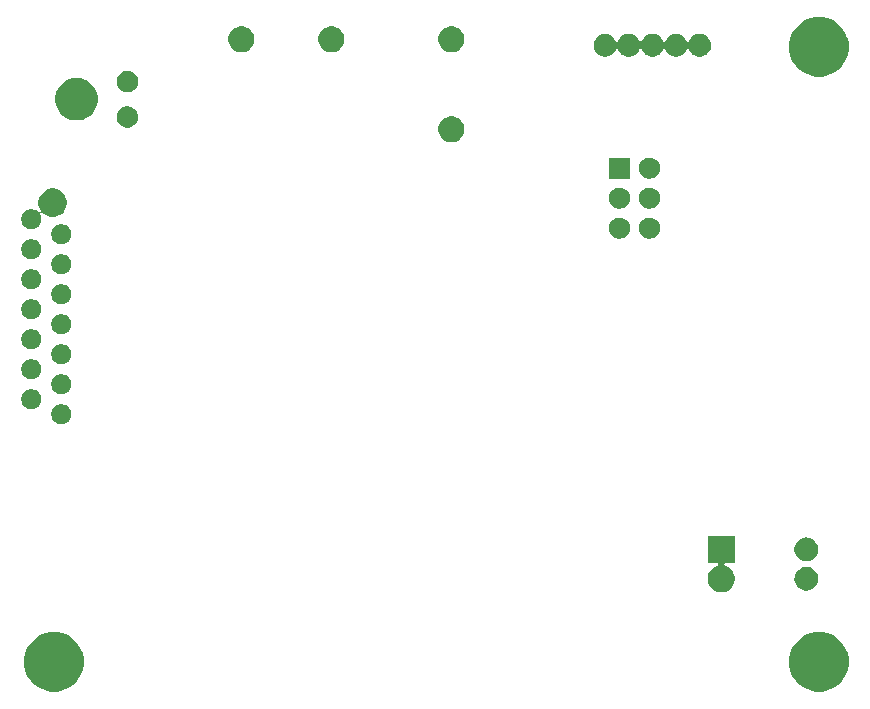
<source format=gbs>
G04 #@! TF.GenerationSoftware,KiCad,Pcbnew,5.0.2-bee76a0~70~ubuntu16.04.1*
G04 #@! TF.CreationDate,2019-03-19T22:24:49-04:00*
G04 #@! TF.ProjectId,BMS_core,424d535f-636f-4726-952e-6b696361645f,rev?*
G04 #@! TF.SameCoordinates,Original*
G04 #@! TF.FileFunction,Soldermask,Bot*
G04 #@! TF.FilePolarity,Negative*
%FSLAX46Y46*%
G04 Gerber Fmt 4.6, Leading zero omitted, Abs format (unit mm)*
G04 Created by KiCad (PCBNEW 5.0.2-bee76a0~70~ubuntu16.04.1) date Tue 19 Mar 2019 10:24:49 PM EDT*
%MOMM*%
%LPD*%
G01*
G04 APERTURE LIST*
%ADD10C,0.100000*%
G04 APERTURE END LIST*
D10*
G36*
X113131250Y-102347899D02*
X113131252Y-102347900D01*
X113131253Y-102347900D01*
X113590610Y-102538172D01*
X114004023Y-102814406D01*
X114355594Y-103165977D01*
X114631828Y-103579390D01*
X114822101Y-104038750D01*
X114919100Y-104526396D01*
X114919100Y-105023604D01*
X114822101Y-105511250D01*
X114631828Y-105970610D01*
X114355594Y-106384023D01*
X114004023Y-106735594D01*
X114004020Y-106735596D01*
X113590610Y-107011828D01*
X113131253Y-107202100D01*
X113131252Y-107202100D01*
X113131250Y-107202101D01*
X112643604Y-107299100D01*
X112146396Y-107299100D01*
X111658750Y-107202101D01*
X111658748Y-107202100D01*
X111658747Y-107202100D01*
X111199390Y-107011828D01*
X110785980Y-106735596D01*
X110785977Y-106735594D01*
X110434406Y-106384023D01*
X110158172Y-105970610D01*
X109967899Y-105511250D01*
X109870900Y-105023604D01*
X109870900Y-104526396D01*
X109967899Y-104038750D01*
X110158172Y-103579390D01*
X110434406Y-103165977D01*
X110785977Y-102814406D01*
X111199390Y-102538172D01*
X111658747Y-102347900D01*
X111658748Y-102347900D01*
X111658750Y-102347899D01*
X112146396Y-102250900D01*
X112643604Y-102250900D01*
X113131250Y-102347899D01*
X113131250Y-102347899D01*
G37*
G36*
X48361250Y-102347899D02*
X48361252Y-102347900D01*
X48361253Y-102347900D01*
X48820610Y-102538172D01*
X49234023Y-102814406D01*
X49585594Y-103165977D01*
X49861828Y-103579390D01*
X50052101Y-104038750D01*
X50149100Y-104526396D01*
X50149100Y-105023604D01*
X50052101Y-105511250D01*
X49861828Y-105970610D01*
X49585594Y-106384023D01*
X49234023Y-106735594D01*
X49234020Y-106735596D01*
X48820610Y-107011828D01*
X48361253Y-107202100D01*
X48361252Y-107202100D01*
X48361250Y-107202101D01*
X47873604Y-107299100D01*
X47376396Y-107299100D01*
X46888750Y-107202101D01*
X46888748Y-107202100D01*
X46888747Y-107202100D01*
X46429390Y-107011828D01*
X46015980Y-106735596D01*
X46015977Y-106735594D01*
X45664406Y-106384023D01*
X45388172Y-105970610D01*
X45197899Y-105511250D01*
X45100900Y-105023604D01*
X45100900Y-104526396D01*
X45197899Y-104038750D01*
X45388172Y-103579390D01*
X45664406Y-103165977D01*
X46015977Y-102814406D01*
X46429390Y-102538172D01*
X46888747Y-102347900D01*
X46888748Y-102347900D01*
X46888750Y-102347899D01*
X47376396Y-102250900D01*
X47873604Y-102250900D01*
X48361250Y-102347899D01*
X48361250Y-102347899D01*
G37*
G36*
X105290000Y-96400000D02*
X104514323Y-96400000D01*
X104489937Y-96402402D01*
X104466488Y-96409515D01*
X104444877Y-96421066D01*
X104425935Y-96436612D01*
X104410389Y-96455554D01*
X104398838Y-96477165D01*
X104391725Y-96500614D01*
X104389323Y-96525000D01*
X104391725Y-96549386D01*
X104398838Y-96572835D01*
X104410389Y-96594446D01*
X104425935Y-96613388D01*
X104444877Y-96628934D01*
X104466488Y-96640485D01*
X104475442Y-96644194D01*
X104475443Y-96644194D01*
X104543741Y-96672484D01*
X104684728Y-96730883D01*
X104873085Y-96856739D01*
X105033261Y-97016915D01*
X105159117Y-97205272D01*
X105245806Y-97414557D01*
X105290000Y-97636734D01*
X105290000Y-97863266D01*
X105245806Y-98085443D01*
X105159117Y-98294728D01*
X105033261Y-98483085D01*
X104873085Y-98643261D01*
X104684728Y-98769117D01*
X104475443Y-98855806D01*
X104253266Y-98900000D01*
X104026734Y-98900000D01*
X103804557Y-98855806D01*
X103595272Y-98769117D01*
X103406915Y-98643261D01*
X103246739Y-98483085D01*
X103120883Y-98294728D01*
X103034194Y-98085443D01*
X102990000Y-97863266D01*
X102990000Y-97636734D01*
X103034194Y-97414557D01*
X103120883Y-97205272D01*
X103246739Y-97016915D01*
X103406915Y-96856739D01*
X103595272Y-96730883D01*
X103736259Y-96672484D01*
X103804557Y-96644194D01*
X103804558Y-96644194D01*
X103813512Y-96640485D01*
X103835123Y-96628934D01*
X103854065Y-96613388D01*
X103869611Y-96594446D01*
X103881162Y-96572835D01*
X103888275Y-96549386D01*
X103890677Y-96525000D01*
X103888275Y-96500614D01*
X103881162Y-96477165D01*
X103869611Y-96455554D01*
X103854065Y-96436612D01*
X103835123Y-96421066D01*
X103813512Y-96409515D01*
X103790063Y-96402402D01*
X103765677Y-96400000D01*
X102990000Y-96400000D01*
X102990000Y-94100000D01*
X105290000Y-94100000D01*
X105290000Y-96400000D01*
X105290000Y-96400000D01*
G37*
G36*
X111495770Y-96765372D02*
X111611689Y-96788429D01*
X111793678Y-96863811D01*
X111957463Y-96973249D01*
X112096751Y-97112537D01*
X112206189Y-97276322D01*
X112281571Y-97458311D01*
X112304628Y-97574230D01*
X112320000Y-97651507D01*
X112320000Y-97848493D01*
X112317061Y-97863266D01*
X112281571Y-98041689D01*
X112206189Y-98223678D01*
X112096751Y-98387463D01*
X111957463Y-98526751D01*
X111793678Y-98636189D01*
X111611689Y-98711571D01*
X111495770Y-98734628D01*
X111418493Y-98750000D01*
X111221507Y-98750000D01*
X111144230Y-98734628D01*
X111028311Y-98711571D01*
X110846322Y-98636189D01*
X110682537Y-98526751D01*
X110543249Y-98387463D01*
X110433811Y-98223678D01*
X110358429Y-98041689D01*
X110322939Y-97863266D01*
X110320000Y-97848493D01*
X110320000Y-97651507D01*
X110335372Y-97574230D01*
X110358429Y-97458311D01*
X110433811Y-97276322D01*
X110543249Y-97112537D01*
X110682537Y-96973249D01*
X110846322Y-96863811D01*
X111028311Y-96788429D01*
X111144230Y-96765372D01*
X111221507Y-96750000D01*
X111418493Y-96750000D01*
X111495770Y-96765372D01*
X111495770Y-96765372D01*
G37*
G36*
X111495770Y-94265372D02*
X111611689Y-94288429D01*
X111793678Y-94363811D01*
X111957463Y-94473249D01*
X112096751Y-94612537D01*
X112206189Y-94776322D01*
X112281571Y-94958311D01*
X112320000Y-95151509D01*
X112320000Y-95348491D01*
X112281571Y-95541689D01*
X112206189Y-95723678D01*
X112096751Y-95887463D01*
X111957463Y-96026751D01*
X111793678Y-96136189D01*
X111611689Y-96211571D01*
X111495770Y-96234628D01*
X111418493Y-96250000D01*
X111221507Y-96250000D01*
X111144230Y-96234628D01*
X111028311Y-96211571D01*
X110846322Y-96136189D01*
X110682537Y-96026751D01*
X110543249Y-95887463D01*
X110433811Y-95723678D01*
X110358429Y-95541689D01*
X110320000Y-95348491D01*
X110320000Y-95151509D01*
X110358429Y-94958311D01*
X110433811Y-94776322D01*
X110543249Y-94612537D01*
X110682537Y-94473249D01*
X110846322Y-94363811D01*
X111028311Y-94288429D01*
X111144230Y-94265372D01*
X111221507Y-94250000D01*
X111418493Y-94250000D01*
X111495770Y-94265372D01*
X111495770Y-94265372D01*
G37*
G36*
X48507934Y-83002664D02*
X48662627Y-83066740D01*
X48801847Y-83159764D01*
X48920236Y-83278153D01*
X49013260Y-83417373D01*
X49077336Y-83572066D01*
X49110000Y-83736281D01*
X49110000Y-83903719D01*
X49077336Y-84067934D01*
X49013260Y-84222627D01*
X48920236Y-84361847D01*
X48801847Y-84480236D01*
X48662627Y-84573260D01*
X48507934Y-84637336D01*
X48343719Y-84670000D01*
X48176281Y-84670000D01*
X48012066Y-84637336D01*
X47857373Y-84573260D01*
X47718153Y-84480236D01*
X47599764Y-84361847D01*
X47506740Y-84222627D01*
X47442664Y-84067934D01*
X47410000Y-83903719D01*
X47410000Y-83736281D01*
X47442664Y-83572066D01*
X47506740Y-83417373D01*
X47599764Y-83278153D01*
X47718153Y-83159764D01*
X47857373Y-83066740D01*
X48012066Y-83002664D01*
X48176281Y-82970000D01*
X48343719Y-82970000D01*
X48507934Y-83002664D01*
X48507934Y-83002664D01*
G37*
G36*
X45967934Y-81732664D02*
X46122627Y-81796740D01*
X46261847Y-81889764D01*
X46380236Y-82008153D01*
X46473260Y-82147373D01*
X46537336Y-82302066D01*
X46570000Y-82466281D01*
X46570000Y-82633719D01*
X46537336Y-82797934D01*
X46473260Y-82952627D01*
X46380236Y-83091847D01*
X46261847Y-83210236D01*
X46122627Y-83303260D01*
X45967934Y-83367336D01*
X45803719Y-83400000D01*
X45636281Y-83400000D01*
X45472066Y-83367336D01*
X45317373Y-83303260D01*
X45178153Y-83210236D01*
X45059764Y-83091847D01*
X44966740Y-82952627D01*
X44902664Y-82797934D01*
X44870000Y-82633719D01*
X44870000Y-82466281D01*
X44902664Y-82302066D01*
X44966740Y-82147373D01*
X45059764Y-82008153D01*
X45178153Y-81889764D01*
X45317373Y-81796740D01*
X45472066Y-81732664D01*
X45636281Y-81700000D01*
X45803719Y-81700000D01*
X45967934Y-81732664D01*
X45967934Y-81732664D01*
G37*
G36*
X48507934Y-80462664D02*
X48662627Y-80526740D01*
X48801847Y-80619764D01*
X48920236Y-80738153D01*
X49013260Y-80877373D01*
X49077336Y-81032066D01*
X49110000Y-81196281D01*
X49110000Y-81363719D01*
X49077336Y-81527934D01*
X49013260Y-81682627D01*
X48920236Y-81821847D01*
X48801847Y-81940236D01*
X48662627Y-82033260D01*
X48507934Y-82097336D01*
X48343719Y-82130000D01*
X48176281Y-82130000D01*
X48012066Y-82097336D01*
X47857373Y-82033260D01*
X47718153Y-81940236D01*
X47599764Y-81821847D01*
X47506740Y-81682627D01*
X47442664Y-81527934D01*
X47410000Y-81363719D01*
X47410000Y-81196281D01*
X47442664Y-81032066D01*
X47506740Y-80877373D01*
X47599764Y-80738153D01*
X47718153Y-80619764D01*
X47857373Y-80526740D01*
X48012066Y-80462664D01*
X48176281Y-80430000D01*
X48343719Y-80430000D01*
X48507934Y-80462664D01*
X48507934Y-80462664D01*
G37*
G36*
X45967934Y-79192664D02*
X46122627Y-79256740D01*
X46261847Y-79349764D01*
X46380236Y-79468153D01*
X46473260Y-79607373D01*
X46537336Y-79762066D01*
X46570000Y-79926281D01*
X46570000Y-80093719D01*
X46537336Y-80257934D01*
X46473260Y-80412627D01*
X46380236Y-80551847D01*
X46261847Y-80670236D01*
X46122627Y-80763260D01*
X45967934Y-80827336D01*
X45803719Y-80860000D01*
X45636281Y-80860000D01*
X45472066Y-80827336D01*
X45317373Y-80763260D01*
X45178153Y-80670236D01*
X45059764Y-80551847D01*
X44966740Y-80412627D01*
X44902664Y-80257934D01*
X44870000Y-80093719D01*
X44870000Y-79926281D01*
X44902664Y-79762066D01*
X44966740Y-79607373D01*
X45059764Y-79468153D01*
X45178153Y-79349764D01*
X45317373Y-79256740D01*
X45472066Y-79192664D01*
X45636281Y-79160000D01*
X45803719Y-79160000D01*
X45967934Y-79192664D01*
X45967934Y-79192664D01*
G37*
G36*
X48507934Y-77922664D02*
X48662627Y-77986740D01*
X48801847Y-78079764D01*
X48920236Y-78198153D01*
X49013260Y-78337373D01*
X49077336Y-78492066D01*
X49110000Y-78656281D01*
X49110000Y-78823719D01*
X49077336Y-78987934D01*
X49013260Y-79142627D01*
X48920236Y-79281847D01*
X48801847Y-79400236D01*
X48662627Y-79493260D01*
X48507934Y-79557336D01*
X48343719Y-79590000D01*
X48176281Y-79590000D01*
X48012066Y-79557336D01*
X47857373Y-79493260D01*
X47718153Y-79400236D01*
X47599764Y-79281847D01*
X47506740Y-79142627D01*
X47442664Y-78987934D01*
X47410000Y-78823719D01*
X47410000Y-78656281D01*
X47442664Y-78492066D01*
X47506740Y-78337373D01*
X47599764Y-78198153D01*
X47718153Y-78079764D01*
X47857373Y-77986740D01*
X48012066Y-77922664D01*
X48176281Y-77890000D01*
X48343719Y-77890000D01*
X48507934Y-77922664D01*
X48507934Y-77922664D01*
G37*
G36*
X45967934Y-76652664D02*
X46122627Y-76716740D01*
X46261847Y-76809764D01*
X46380236Y-76928153D01*
X46473260Y-77067373D01*
X46537336Y-77222066D01*
X46570000Y-77386281D01*
X46570000Y-77553719D01*
X46537336Y-77717934D01*
X46473260Y-77872627D01*
X46380236Y-78011847D01*
X46261847Y-78130236D01*
X46122627Y-78223260D01*
X45967934Y-78287336D01*
X45803719Y-78320000D01*
X45636281Y-78320000D01*
X45472066Y-78287336D01*
X45317373Y-78223260D01*
X45178153Y-78130236D01*
X45059764Y-78011847D01*
X44966740Y-77872627D01*
X44902664Y-77717934D01*
X44870000Y-77553719D01*
X44870000Y-77386281D01*
X44902664Y-77222066D01*
X44966740Y-77067373D01*
X45059764Y-76928153D01*
X45178153Y-76809764D01*
X45317373Y-76716740D01*
X45472066Y-76652664D01*
X45636281Y-76620000D01*
X45803719Y-76620000D01*
X45967934Y-76652664D01*
X45967934Y-76652664D01*
G37*
G36*
X48507934Y-75382664D02*
X48662627Y-75446740D01*
X48801847Y-75539764D01*
X48920236Y-75658153D01*
X49013260Y-75797373D01*
X49077336Y-75952066D01*
X49110000Y-76116281D01*
X49110000Y-76283719D01*
X49077336Y-76447934D01*
X49013260Y-76602627D01*
X48920236Y-76741847D01*
X48801847Y-76860236D01*
X48662627Y-76953260D01*
X48507934Y-77017336D01*
X48343719Y-77050000D01*
X48176281Y-77050000D01*
X48012066Y-77017336D01*
X47857373Y-76953260D01*
X47718153Y-76860236D01*
X47599764Y-76741847D01*
X47506740Y-76602627D01*
X47442664Y-76447934D01*
X47410000Y-76283719D01*
X47410000Y-76116281D01*
X47442664Y-75952066D01*
X47506740Y-75797373D01*
X47599764Y-75658153D01*
X47718153Y-75539764D01*
X47857373Y-75446740D01*
X48012066Y-75382664D01*
X48176281Y-75350000D01*
X48343719Y-75350000D01*
X48507934Y-75382664D01*
X48507934Y-75382664D01*
G37*
G36*
X45967934Y-74112664D02*
X46122627Y-74176740D01*
X46261847Y-74269764D01*
X46380236Y-74388153D01*
X46473260Y-74527373D01*
X46537336Y-74682066D01*
X46570000Y-74846281D01*
X46570000Y-75013719D01*
X46537336Y-75177934D01*
X46473260Y-75332627D01*
X46380236Y-75471847D01*
X46261847Y-75590236D01*
X46122627Y-75683260D01*
X45967934Y-75747336D01*
X45803719Y-75780000D01*
X45636281Y-75780000D01*
X45472066Y-75747336D01*
X45317373Y-75683260D01*
X45178153Y-75590236D01*
X45059764Y-75471847D01*
X44966740Y-75332627D01*
X44902664Y-75177934D01*
X44870000Y-75013719D01*
X44870000Y-74846281D01*
X44902664Y-74682066D01*
X44966740Y-74527373D01*
X45059764Y-74388153D01*
X45178153Y-74269764D01*
X45317373Y-74176740D01*
X45472066Y-74112664D01*
X45636281Y-74080000D01*
X45803719Y-74080000D01*
X45967934Y-74112664D01*
X45967934Y-74112664D01*
G37*
G36*
X48507934Y-72842664D02*
X48662627Y-72906740D01*
X48801847Y-72999764D01*
X48920236Y-73118153D01*
X49013260Y-73257373D01*
X49077336Y-73412066D01*
X49110000Y-73576281D01*
X49110000Y-73743719D01*
X49077336Y-73907934D01*
X49013260Y-74062627D01*
X48920236Y-74201847D01*
X48801847Y-74320236D01*
X48662627Y-74413260D01*
X48507934Y-74477336D01*
X48343719Y-74510000D01*
X48176281Y-74510000D01*
X48012066Y-74477336D01*
X47857373Y-74413260D01*
X47718153Y-74320236D01*
X47599764Y-74201847D01*
X47506740Y-74062627D01*
X47442664Y-73907934D01*
X47410000Y-73743719D01*
X47410000Y-73576281D01*
X47442664Y-73412066D01*
X47506740Y-73257373D01*
X47599764Y-73118153D01*
X47718153Y-72999764D01*
X47857373Y-72906740D01*
X48012066Y-72842664D01*
X48176281Y-72810000D01*
X48343719Y-72810000D01*
X48507934Y-72842664D01*
X48507934Y-72842664D01*
G37*
G36*
X45967934Y-71572664D02*
X46122627Y-71636740D01*
X46261847Y-71729764D01*
X46380236Y-71848153D01*
X46473260Y-71987373D01*
X46537336Y-72142066D01*
X46570000Y-72306281D01*
X46570000Y-72473719D01*
X46537336Y-72637934D01*
X46473260Y-72792627D01*
X46380236Y-72931847D01*
X46261847Y-73050236D01*
X46122627Y-73143260D01*
X45967934Y-73207336D01*
X45803719Y-73240000D01*
X45636281Y-73240000D01*
X45472066Y-73207336D01*
X45317373Y-73143260D01*
X45178153Y-73050236D01*
X45059764Y-72931847D01*
X44966740Y-72792627D01*
X44902664Y-72637934D01*
X44870000Y-72473719D01*
X44870000Y-72306281D01*
X44902664Y-72142066D01*
X44966740Y-71987373D01*
X45059764Y-71848153D01*
X45178153Y-71729764D01*
X45317373Y-71636740D01*
X45472066Y-71572664D01*
X45636281Y-71540000D01*
X45803719Y-71540000D01*
X45967934Y-71572664D01*
X45967934Y-71572664D01*
G37*
G36*
X48507934Y-70302664D02*
X48662627Y-70366740D01*
X48801847Y-70459764D01*
X48920236Y-70578153D01*
X49013260Y-70717373D01*
X49077336Y-70872066D01*
X49110000Y-71036281D01*
X49110000Y-71203719D01*
X49077336Y-71367934D01*
X49013260Y-71522627D01*
X48920236Y-71661847D01*
X48801847Y-71780236D01*
X48662627Y-71873260D01*
X48507934Y-71937336D01*
X48343719Y-71970000D01*
X48176281Y-71970000D01*
X48012066Y-71937336D01*
X47857373Y-71873260D01*
X47718153Y-71780236D01*
X47599764Y-71661847D01*
X47506740Y-71522627D01*
X47442664Y-71367934D01*
X47410000Y-71203719D01*
X47410000Y-71036281D01*
X47442664Y-70872066D01*
X47506740Y-70717373D01*
X47599764Y-70578153D01*
X47718153Y-70459764D01*
X47857373Y-70366740D01*
X48012066Y-70302664D01*
X48176281Y-70270000D01*
X48343719Y-70270000D01*
X48507934Y-70302664D01*
X48507934Y-70302664D01*
G37*
G36*
X45967934Y-69032664D02*
X46122627Y-69096740D01*
X46261847Y-69189764D01*
X46380236Y-69308153D01*
X46473260Y-69447373D01*
X46537336Y-69602066D01*
X46570000Y-69766281D01*
X46570000Y-69933719D01*
X46537336Y-70097934D01*
X46473260Y-70252627D01*
X46380236Y-70391847D01*
X46261847Y-70510236D01*
X46122627Y-70603260D01*
X45967934Y-70667336D01*
X45803719Y-70700000D01*
X45636281Y-70700000D01*
X45472066Y-70667336D01*
X45317373Y-70603260D01*
X45178153Y-70510236D01*
X45059764Y-70391847D01*
X44966740Y-70252627D01*
X44902664Y-70097934D01*
X44870000Y-69933719D01*
X44870000Y-69766281D01*
X44902664Y-69602066D01*
X44966740Y-69447373D01*
X45059764Y-69308153D01*
X45178153Y-69189764D01*
X45317373Y-69096740D01*
X45472066Y-69032664D01*
X45636281Y-69000000D01*
X45803719Y-69000000D01*
X45967934Y-69032664D01*
X45967934Y-69032664D01*
G37*
G36*
X48507934Y-67762664D02*
X48662627Y-67826740D01*
X48801847Y-67919764D01*
X48920236Y-68038153D01*
X49013260Y-68177373D01*
X49077336Y-68332066D01*
X49110000Y-68496281D01*
X49110000Y-68663719D01*
X49077336Y-68827934D01*
X49013260Y-68982627D01*
X48920236Y-69121847D01*
X48801847Y-69240236D01*
X48662627Y-69333260D01*
X48507934Y-69397336D01*
X48343719Y-69430000D01*
X48176281Y-69430000D01*
X48012066Y-69397336D01*
X47857373Y-69333260D01*
X47718153Y-69240236D01*
X47599764Y-69121847D01*
X47506740Y-68982627D01*
X47442664Y-68827934D01*
X47410000Y-68663719D01*
X47410000Y-68496281D01*
X47442664Y-68332066D01*
X47506740Y-68177373D01*
X47599764Y-68038153D01*
X47718153Y-67919764D01*
X47857373Y-67826740D01*
X48012066Y-67762664D01*
X48176281Y-67730000D01*
X48343719Y-67730000D01*
X48507934Y-67762664D01*
X48507934Y-67762664D01*
G37*
G36*
X98306521Y-67206586D02*
X98470309Y-67274429D01*
X98617720Y-67372926D01*
X98743074Y-67498280D01*
X98841571Y-67645691D01*
X98909414Y-67809479D01*
X98944000Y-67983356D01*
X98944000Y-68160644D01*
X98909414Y-68334521D01*
X98841571Y-68498309D01*
X98743074Y-68645720D01*
X98617720Y-68771074D01*
X98470309Y-68869571D01*
X98306521Y-68937414D01*
X98132644Y-68972000D01*
X97955356Y-68972000D01*
X97781479Y-68937414D01*
X97617691Y-68869571D01*
X97470280Y-68771074D01*
X97344926Y-68645720D01*
X97246429Y-68498309D01*
X97178586Y-68334521D01*
X97144000Y-68160644D01*
X97144000Y-67983356D01*
X97178586Y-67809479D01*
X97246429Y-67645691D01*
X97344926Y-67498280D01*
X97470280Y-67372926D01*
X97617691Y-67274429D01*
X97781479Y-67206586D01*
X97955356Y-67172000D01*
X98132644Y-67172000D01*
X98306521Y-67206586D01*
X98306521Y-67206586D01*
G37*
G36*
X95766521Y-67206586D02*
X95930309Y-67274429D01*
X96077720Y-67372926D01*
X96203074Y-67498280D01*
X96301571Y-67645691D01*
X96369414Y-67809479D01*
X96404000Y-67983356D01*
X96404000Y-68160644D01*
X96369414Y-68334521D01*
X96301571Y-68498309D01*
X96203074Y-68645720D01*
X96077720Y-68771074D01*
X95930309Y-68869571D01*
X95766521Y-68937414D01*
X95592644Y-68972000D01*
X95415356Y-68972000D01*
X95241479Y-68937414D01*
X95077691Y-68869571D01*
X94930280Y-68771074D01*
X94804926Y-68645720D01*
X94706429Y-68498309D01*
X94638586Y-68334521D01*
X94604000Y-68160644D01*
X94604000Y-67983356D01*
X94638586Y-67809479D01*
X94706429Y-67645691D01*
X94804926Y-67498280D01*
X94930280Y-67372926D01*
X95077691Y-67274429D01*
X95241479Y-67206586D01*
X95415356Y-67172000D01*
X95592644Y-67172000D01*
X95766521Y-67206586D01*
X95766521Y-67206586D01*
G37*
G36*
X47870026Y-64756115D02*
X48088412Y-64846573D01*
X48284958Y-64977901D01*
X48452099Y-65145042D01*
X48583427Y-65341588D01*
X48673885Y-65559974D01*
X48720000Y-65791809D01*
X48720000Y-66028191D01*
X48673885Y-66260026D01*
X48583427Y-66478412D01*
X48452099Y-66674958D01*
X48284958Y-66842099D01*
X48088412Y-66973427D01*
X47870026Y-67063885D01*
X47638191Y-67110000D01*
X47401809Y-67110000D01*
X47169974Y-67063885D01*
X46951588Y-66973427D01*
X46755042Y-66842099D01*
X46671824Y-66758881D01*
X46652882Y-66743335D01*
X46631271Y-66731784D01*
X46607822Y-66724671D01*
X46583436Y-66722269D01*
X46559050Y-66724671D01*
X46535601Y-66731784D01*
X46513990Y-66743335D01*
X46495048Y-66758881D01*
X46479502Y-66777823D01*
X46467951Y-66799434D01*
X46460838Y-66822883D01*
X46458436Y-66847269D01*
X46460838Y-66871655D01*
X46467951Y-66895104D01*
X46468959Y-66896990D01*
X46537336Y-67062066D01*
X46570000Y-67226281D01*
X46570000Y-67393719D01*
X46537336Y-67557934D01*
X46473260Y-67712627D01*
X46380236Y-67851847D01*
X46261847Y-67970236D01*
X46122627Y-68063260D01*
X45967934Y-68127336D01*
X45803719Y-68160000D01*
X45636281Y-68160000D01*
X45472066Y-68127336D01*
X45317373Y-68063260D01*
X45178153Y-67970236D01*
X45059764Y-67851847D01*
X44966740Y-67712627D01*
X44902664Y-67557934D01*
X44870000Y-67393719D01*
X44870000Y-67226281D01*
X44902664Y-67062066D01*
X44966740Y-66907373D01*
X45059764Y-66768153D01*
X45178153Y-66649764D01*
X45317373Y-66556740D01*
X45472066Y-66492664D01*
X45636281Y-66460000D01*
X45803719Y-66460000D01*
X45967934Y-66492664D01*
X46122627Y-66556740D01*
X46261847Y-66649764D01*
X46296312Y-66684229D01*
X46315254Y-66699775D01*
X46336865Y-66711326D01*
X46360314Y-66718439D01*
X46384700Y-66720841D01*
X46409086Y-66718439D01*
X46432535Y-66711326D01*
X46454146Y-66699775D01*
X46473088Y-66684229D01*
X46488634Y-66665287D01*
X46500185Y-66643676D01*
X46507298Y-66620227D01*
X46509700Y-66595841D01*
X46507298Y-66571455D01*
X46500185Y-66548006D01*
X46488634Y-66526395D01*
X46456573Y-66478412D01*
X46366115Y-66260026D01*
X46320000Y-66028191D01*
X46320000Y-65791809D01*
X46366115Y-65559974D01*
X46456573Y-65341588D01*
X46587901Y-65145042D01*
X46755042Y-64977901D01*
X46951588Y-64846573D01*
X47169974Y-64756115D01*
X47401809Y-64710000D01*
X47638191Y-64710000D01*
X47870026Y-64756115D01*
X47870026Y-64756115D01*
G37*
G36*
X98306521Y-64666586D02*
X98470309Y-64734429D01*
X98617720Y-64832926D01*
X98743074Y-64958280D01*
X98841571Y-65105691D01*
X98909414Y-65269479D01*
X98944000Y-65443356D01*
X98944000Y-65620644D01*
X98909414Y-65794521D01*
X98841571Y-65958309D01*
X98743074Y-66105720D01*
X98617720Y-66231074D01*
X98470309Y-66329571D01*
X98306521Y-66397414D01*
X98132644Y-66432000D01*
X97955356Y-66432000D01*
X97781479Y-66397414D01*
X97617691Y-66329571D01*
X97470280Y-66231074D01*
X97344926Y-66105720D01*
X97246429Y-65958309D01*
X97178586Y-65794521D01*
X97144000Y-65620644D01*
X97144000Y-65443356D01*
X97178586Y-65269479D01*
X97246429Y-65105691D01*
X97344926Y-64958280D01*
X97470280Y-64832926D01*
X97617691Y-64734429D01*
X97781479Y-64666586D01*
X97955356Y-64632000D01*
X98132644Y-64632000D01*
X98306521Y-64666586D01*
X98306521Y-64666586D01*
G37*
G36*
X95766521Y-64666586D02*
X95930309Y-64734429D01*
X96077720Y-64832926D01*
X96203074Y-64958280D01*
X96301571Y-65105691D01*
X96369414Y-65269479D01*
X96404000Y-65443356D01*
X96404000Y-65620644D01*
X96369414Y-65794521D01*
X96301571Y-65958309D01*
X96203074Y-66105720D01*
X96077720Y-66231074D01*
X95930309Y-66329571D01*
X95766521Y-66397414D01*
X95592644Y-66432000D01*
X95415356Y-66432000D01*
X95241479Y-66397414D01*
X95077691Y-66329571D01*
X94930280Y-66231074D01*
X94804926Y-66105720D01*
X94706429Y-65958309D01*
X94638586Y-65794521D01*
X94604000Y-65620644D01*
X94604000Y-65443356D01*
X94638586Y-65269479D01*
X94706429Y-65105691D01*
X94804926Y-64958280D01*
X94930280Y-64832926D01*
X95077691Y-64734429D01*
X95241479Y-64666586D01*
X95415356Y-64632000D01*
X95592644Y-64632000D01*
X95766521Y-64666586D01*
X95766521Y-64666586D01*
G37*
G36*
X96404000Y-63892000D02*
X94604000Y-63892000D01*
X94604000Y-62092000D01*
X96404000Y-62092000D01*
X96404000Y-63892000D01*
X96404000Y-63892000D01*
G37*
G36*
X98306521Y-62126586D02*
X98470309Y-62194429D01*
X98617720Y-62292926D01*
X98743074Y-62418280D01*
X98841571Y-62565691D01*
X98909414Y-62729479D01*
X98944000Y-62903356D01*
X98944000Y-63080644D01*
X98909414Y-63254521D01*
X98841571Y-63418309D01*
X98743074Y-63565720D01*
X98617720Y-63691074D01*
X98470309Y-63789571D01*
X98306521Y-63857414D01*
X98132644Y-63892000D01*
X97955356Y-63892000D01*
X97781479Y-63857414D01*
X97617691Y-63789571D01*
X97470280Y-63691074D01*
X97344926Y-63565720D01*
X97246429Y-63418309D01*
X97178586Y-63254521D01*
X97144000Y-63080644D01*
X97144000Y-62903356D01*
X97178586Y-62729479D01*
X97246429Y-62565691D01*
X97344926Y-62418280D01*
X97470280Y-62292926D01*
X97617691Y-62194429D01*
X97781479Y-62126586D01*
X97955356Y-62092000D01*
X98132644Y-62092000D01*
X98306521Y-62126586D01*
X98306521Y-62126586D01*
G37*
G36*
X81600857Y-58632272D02*
X81801042Y-58715191D01*
X81981213Y-58835578D01*
X82134422Y-58988787D01*
X82134424Y-58988790D01*
X82134425Y-58988791D01*
X82254807Y-59168955D01*
X82254809Y-59168958D01*
X82337728Y-59369143D01*
X82380000Y-59581658D01*
X82380000Y-59798342D01*
X82337728Y-60010857D01*
X82254809Y-60211042D01*
X82134422Y-60391213D01*
X81981213Y-60544422D01*
X81801042Y-60664809D01*
X81600857Y-60747728D01*
X81388342Y-60790000D01*
X81171658Y-60790000D01*
X80959143Y-60747728D01*
X80758958Y-60664809D01*
X80578787Y-60544422D01*
X80425578Y-60391213D01*
X80305191Y-60211042D01*
X80222272Y-60010857D01*
X80180000Y-59798342D01*
X80180000Y-59581658D01*
X80222272Y-59369143D01*
X80305191Y-59168958D01*
X80305193Y-59168955D01*
X80425575Y-58988791D01*
X80425576Y-58988790D01*
X80425578Y-58988787D01*
X80578787Y-58835578D01*
X80758958Y-58715191D01*
X80959143Y-58632272D01*
X81171658Y-58590000D01*
X81388342Y-58590000D01*
X81600857Y-58632272D01*
X81600857Y-58632272D01*
G37*
G36*
X54115434Y-57774970D02*
X54115436Y-57774971D01*
X54115437Y-57774971D01*
X54281047Y-57843569D01*
X54430094Y-57943159D01*
X54556841Y-58069906D01*
X54556843Y-58069909D01*
X54656431Y-58218953D01*
X54688939Y-58297433D01*
X54725030Y-58384566D01*
X54760000Y-58560371D01*
X54760000Y-58739629D01*
X54731914Y-58880827D01*
X54725029Y-58915437D01*
X54694646Y-58988787D01*
X54656431Y-59081047D01*
X54556841Y-59230094D01*
X54430094Y-59356841D01*
X54430091Y-59356843D01*
X54281047Y-59456431D01*
X54115437Y-59525029D01*
X54115436Y-59525029D01*
X54115434Y-59525030D01*
X53939629Y-59560000D01*
X53760371Y-59560000D01*
X53584566Y-59525030D01*
X53584564Y-59525029D01*
X53584563Y-59525029D01*
X53418953Y-59456431D01*
X53269909Y-59356843D01*
X53269906Y-59356841D01*
X53143159Y-59230094D01*
X53043569Y-59081047D01*
X53005354Y-58988787D01*
X52974971Y-58915437D01*
X52968087Y-58880827D01*
X52940000Y-58739629D01*
X52940000Y-58560371D01*
X52974970Y-58384566D01*
X53011062Y-58297433D01*
X53043569Y-58218953D01*
X53143157Y-58069909D01*
X53143159Y-58069906D01*
X53269906Y-57943159D01*
X53418953Y-57843569D01*
X53584563Y-57774971D01*
X53584564Y-57774971D01*
X53584566Y-57774970D01*
X53760371Y-57740000D01*
X53939629Y-57740000D01*
X54115434Y-57774970D01*
X54115434Y-57774970D01*
G37*
G36*
X49939122Y-55396115D02*
X50055041Y-55419173D01*
X50382620Y-55554861D01*
X50673511Y-55749228D01*
X50677436Y-55751851D01*
X50928149Y-56002564D01*
X51125140Y-56297382D01*
X51164881Y-56393326D01*
X51260827Y-56624959D01*
X51330000Y-56972716D01*
X51330000Y-57327284D01*
X51260827Y-57675041D01*
X51191020Y-57843569D01*
X51125140Y-58002618D01*
X50928149Y-58297436D01*
X50677436Y-58548149D01*
X50677433Y-58548151D01*
X50382620Y-58745139D01*
X50055041Y-58880827D01*
X49939122Y-58903885D01*
X49707286Y-58950000D01*
X49352714Y-58950000D01*
X49120878Y-58903885D01*
X49004959Y-58880827D01*
X48677380Y-58745139D01*
X48382567Y-58548151D01*
X48382564Y-58548149D01*
X48131851Y-58297436D01*
X47934860Y-58002618D01*
X47868980Y-57843569D01*
X47799173Y-57675041D01*
X47730000Y-57327284D01*
X47730000Y-56972716D01*
X47799173Y-56624959D01*
X47895119Y-56393326D01*
X47934860Y-56297382D01*
X48131851Y-56002564D01*
X48382564Y-55751851D01*
X48386489Y-55749228D01*
X48677380Y-55554861D01*
X49004959Y-55419173D01*
X49120878Y-55396115D01*
X49352714Y-55350000D01*
X49707286Y-55350000D01*
X49939122Y-55396115D01*
X49939122Y-55396115D01*
G37*
G36*
X54115434Y-54774970D02*
X54115436Y-54774971D01*
X54115437Y-54774971D01*
X54281047Y-54843569D01*
X54430094Y-54943159D01*
X54556841Y-55069906D01*
X54556843Y-55069909D01*
X54656431Y-55218953D01*
X54710713Y-55350000D01*
X54725030Y-55384566D01*
X54760000Y-55560371D01*
X54760000Y-55739629D01*
X54757569Y-55751851D01*
X54725029Y-55915437D01*
X54656431Y-56081047D01*
X54556841Y-56230094D01*
X54430094Y-56356841D01*
X54430091Y-56356843D01*
X54281047Y-56456431D01*
X54115437Y-56525029D01*
X54115436Y-56525029D01*
X54115434Y-56525030D01*
X53939629Y-56560000D01*
X53760371Y-56560000D01*
X53584566Y-56525030D01*
X53584564Y-56525029D01*
X53584563Y-56525029D01*
X53418953Y-56456431D01*
X53269909Y-56356843D01*
X53269906Y-56356841D01*
X53143159Y-56230094D01*
X53043569Y-56081047D01*
X52974971Y-55915437D01*
X52942432Y-55751851D01*
X52940000Y-55739629D01*
X52940000Y-55560371D01*
X52974970Y-55384566D01*
X52989288Y-55350000D01*
X53043569Y-55218953D01*
X53143157Y-55069909D01*
X53143159Y-55069906D01*
X53269906Y-54943159D01*
X53418953Y-54843569D01*
X53584563Y-54774971D01*
X53584564Y-54774971D01*
X53584566Y-54774970D01*
X53760371Y-54740000D01*
X53939629Y-54740000D01*
X54115434Y-54774970D01*
X54115434Y-54774970D01*
G37*
G36*
X113131250Y-50277899D02*
X113131252Y-50277900D01*
X113131253Y-50277900D01*
X113590610Y-50468172D01*
X114004023Y-50744406D01*
X114355594Y-51095977D01*
X114355596Y-51095980D01*
X114631828Y-51509390D01*
X114819164Y-51961658D01*
X114822101Y-51968750D01*
X114919100Y-52456396D01*
X114919100Y-52953604D01*
X114824237Y-53430514D01*
X114822100Y-53441253D01*
X114631828Y-53900610D01*
X114355594Y-54314023D01*
X114004023Y-54665594D01*
X114004020Y-54665596D01*
X113590610Y-54941828D01*
X113131253Y-55132100D01*
X113131252Y-55132100D01*
X113131250Y-55132101D01*
X112643604Y-55229100D01*
X112146396Y-55229100D01*
X111658750Y-55132101D01*
X111658748Y-55132100D01*
X111658747Y-55132100D01*
X111199390Y-54941828D01*
X110785980Y-54665596D01*
X110785977Y-54665594D01*
X110434406Y-54314023D01*
X110158172Y-53900610D01*
X109967900Y-53441253D01*
X109965764Y-53430514D01*
X109870900Y-52953604D01*
X109870900Y-52456396D01*
X109967899Y-51968750D01*
X109970837Y-51961658D01*
X110158172Y-51509390D01*
X110434404Y-51095980D01*
X110434406Y-51095977D01*
X110785977Y-50744406D01*
X111199390Y-50468172D01*
X111658747Y-50277900D01*
X111658748Y-50277900D01*
X111658750Y-50277899D01*
X112146396Y-50180900D01*
X112643604Y-50180900D01*
X113131250Y-50277899D01*
X113131250Y-50277899D01*
G37*
G36*
X94578603Y-51652968D02*
X94578606Y-51652969D01*
X94578605Y-51652969D01*
X94753678Y-51725486D01*
X94753679Y-51725487D01*
X94911241Y-51830767D01*
X95045233Y-51964759D01*
X95080486Y-52017519D01*
X95150514Y-52122322D01*
X95173718Y-52178342D01*
X95182515Y-52199580D01*
X95194066Y-52221191D01*
X95209612Y-52240133D01*
X95228554Y-52255679D01*
X95250165Y-52267230D01*
X95273614Y-52274343D01*
X95298000Y-52276745D01*
X95322386Y-52274343D01*
X95345835Y-52267230D01*
X95367446Y-52255679D01*
X95386388Y-52240133D01*
X95401934Y-52221191D01*
X95413485Y-52199580D01*
X95422282Y-52178342D01*
X95445486Y-52122322D01*
X95515514Y-52017519D01*
X95550767Y-51964759D01*
X95684759Y-51830767D01*
X95842321Y-51725487D01*
X95842322Y-51725486D01*
X96017395Y-51652969D01*
X96017394Y-51652969D01*
X96017397Y-51652968D01*
X96203250Y-51616000D01*
X96392750Y-51616000D01*
X96578603Y-51652968D01*
X96578606Y-51652969D01*
X96578605Y-51652969D01*
X96753678Y-51725486D01*
X96753679Y-51725487D01*
X96911241Y-51830767D01*
X97045233Y-51964759D01*
X97080486Y-52017519D01*
X97150514Y-52122322D01*
X97173718Y-52178342D01*
X97182515Y-52199580D01*
X97194066Y-52221191D01*
X97209612Y-52240133D01*
X97228554Y-52255679D01*
X97250165Y-52267230D01*
X97273614Y-52274343D01*
X97298000Y-52276745D01*
X97322386Y-52274343D01*
X97345835Y-52267230D01*
X97367446Y-52255679D01*
X97386388Y-52240133D01*
X97401934Y-52221191D01*
X97413485Y-52199580D01*
X97422282Y-52178342D01*
X97445486Y-52122322D01*
X97515514Y-52017519D01*
X97550767Y-51964759D01*
X97684759Y-51830767D01*
X97842321Y-51725487D01*
X97842322Y-51725486D01*
X98017395Y-51652969D01*
X98017394Y-51652969D01*
X98017397Y-51652968D01*
X98203250Y-51616000D01*
X98392750Y-51616000D01*
X98578603Y-51652968D01*
X98578606Y-51652969D01*
X98578605Y-51652969D01*
X98753678Y-51725486D01*
X98753679Y-51725487D01*
X98911241Y-51830767D01*
X99045233Y-51964759D01*
X99080486Y-52017519D01*
X99150514Y-52122322D01*
X99173718Y-52178342D01*
X99182515Y-52199580D01*
X99194066Y-52221191D01*
X99209612Y-52240133D01*
X99228554Y-52255679D01*
X99250165Y-52267230D01*
X99273614Y-52274343D01*
X99298000Y-52276745D01*
X99322386Y-52274343D01*
X99345835Y-52267230D01*
X99367446Y-52255679D01*
X99386388Y-52240133D01*
X99401934Y-52221191D01*
X99413485Y-52199580D01*
X99422282Y-52178342D01*
X99445486Y-52122322D01*
X99515514Y-52017519D01*
X99550767Y-51964759D01*
X99684759Y-51830767D01*
X99842321Y-51725487D01*
X99842322Y-51725486D01*
X100017395Y-51652969D01*
X100017394Y-51652969D01*
X100017397Y-51652968D01*
X100203250Y-51616000D01*
X100392750Y-51616000D01*
X100578603Y-51652968D01*
X100578606Y-51652969D01*
X100578605Y-51652969D01*
X100753678Y-51725486D01*
X100753679Y-51725487D01*
X100911241Y-51830767D01*
X101045233Y-51964759D01*
X101080486Y-52017519D01*
X101150514Y-52122322D01*
X101173718Y-52178342D01*
X101182515Y-52199580D01*
X101194066Y-52221191D01*
X101209612Y-52240133D01*
X101228554Y-52255679D01*
X101250165Y-52267230D01*
X101273614Y-52274343D01*
X101298000Y-52276745D01*
X101322386Y-52274343D01*
X101345835Y-52267230D01*
X101367446Y-52255679D01*
X101386388Y-52240133D01*
X101401934Y-52221191D01*
X101413485Y-52199580D01*
X101422282Y-52178342D01*
X101445486Y-52122322D01*
X101515514Y-52017519D01*
X101550767Y-51964759D01*
X101684759Y-51830767D01*
X101842321Y-51725487D01*
X101842322Y-51725486D01*
X102017395Y-51652969D01*
X102017394Y-51652969D01*
X102017397Y-51652968D01*
X102203250Y-51616000D01*
X102392750Y-51616000D01*
X102578603Y-51652968D01*
X102578606Y-51652969D01*
X102578605Y-51652969D01*
X102753678Y-51725486D01*
X102753679Y-51725487D01*
X102911241Y-51830767D01*
X103045233Y-51964759D01*
X103098232Y-52044077D01*
X103150514Y-52122322D01*
X103205752Y-52255679D01*
X103223032Y-52297397D01*
X103260000Y-52483250D01*
X103260000Y-52672750D01*
X103223032Y-52858603D01*
X103223031Y-52858605D01*
X103150514Y-53033678D01*
X103143076Y-53044809D01*
X103045233Y-53191241D01*
X102911241Y-53325233D01*
X102831923Y-53378232D01*
X102753678Y-53430514D01*
X102618266Y-53486603D01*
X102578603Y-53503032D01*
X102392750Y-53540000D01*
X102203250Y-53540000D01*
X102017397Y-53503032D01*
X101977734Y-53486603D01*
X101842322Y-53430514D01*
X101764077Y-53378232D01*
X101684759Y-53325233D01*
X101550767Y-53191241D01*
X101452924Y-53044809D01*
X101445486Y-53033678D01*
X101413485Y-52956420D01*
X101401934Y-52934809D01*
X101386388Y-52915867D01*
X101367446Y-52900321D01*
X101345835Y-52888770D01*
X101322386Y-52881657D01*
X101298000Y-52879255D01*
X101273614Y-52881657D01*
X101250165Y-52888770D01*
X101228554Y-52900321D01*
X101209612Y-52915867D01*
X101194066Y-52934809D01*
X101182515Y-52956420D01*
X101150514Y-53033678D01*
X101143076Y-53044809D01*
X101045233Y-53191241D01*
X100911241Y-53325233D01*
X100831923Y-53378232D01*
X100753678Y-53430514D01*
X100618266Y-53486603D01*
X100578603Y-53503032D01*
X100392750Y-53540000D01*
X100203250Y-53540000D01*
X100017397Y-53503032D01*
X99977734Y-53486603D01*
X99842322Y-53430514D01*
X99764077Y-53378232D01*
X99684759Y-53325233D01*
X99550767Y-53191241D01*
X99452924Y-53044809D01*
X99445486Y-53033678D01*
X99413485Y-52956420D01*
X99401934Y-52934809D01*
X99386388Y-52915867D01*
X99367446Y-52900321D01*
X99345835Y-52888770D01*
X99322386Y-52881657D01*
X99298000Y-52879255D01*
X99273614Y-52881657D01*
X99250165Y-52888770D01*
X99228554Y-52900321D01*
X99209612Y-52915867D01*
X99194066Y-52934809D01*
X99182515Y-52956420D01*
X99150514Y-53033678D01*
X99143076Y-53044809D01*
X99045233Y-53191241D01*
X98911241Y-53325233D01*
X98831923Y-53378232D01*
X98753678Y-53430514D01*
X98618266Y-53486603D01*
X98578603Y-53503032D01*
X98392750Y-53540000D01*
X98203250Y-53540000D01*
X98017397Y-53503032D01*
X97977734Y-53486603D01*
X97842322Y-53430514D01*
X97764077Y-53378232D01*
X97684759Y-53325233D01*
X97550767Y-53191241D01*
X97452924Y-53044809D01*
X97445486Y-53033678D01*
X97413485Y-52956420D01*
X97401934Y-52934809D01*
X97386388Y-52915867D01*
X97367446Y-52900321D01*
X97345835Y-52888770D01*
X97322386Y-52881657D01*
X97298000Y-52879255D01*
X97273614Y-52881657D01*
X97250165Y-52888770D01*
X97228554Y-52900321D01*
X97209612Y-52915867D01*
X97194066Y-52934809D01*
X97182515Y-52956420D01*
X97150514Y-53033678D01*
X97143076Y-53044809D01*
X97045233Y-53191241D01*
X96911241Y-53325233D01*
X96831923Y-53378232D01*
X96753678Y-53430514D01*
X96618266Y-53486603D01*
X96578603Y-53503032D01*
X96392750Y-53540000D01*
X96203250Y-53540000D01*
X96017397Y-53503032D01*
X95977734Y-53486603D01*
X95842322Y-53430514D01*
X95764077Y-53378232D01*
X95684759Y-53325233D01*
X95550767Y-53191241D01*
X95452924Y-53044809D01*
X95445486Y-53033678D01*
X95413485Y-52956420D01*
X95401934Y-52934809D01*
X95386388Y-52915867D01*
X95367446Y-52900321D01*
X95345835Y-52888770D01*
X95322386Y-52881657D01*
X95298000Y-52879255D01*
X95273614Y-52881657D01*
X95250165Y-52888770D01*
X95228554Y-52900321D01*
X95209612Y-52915867D01*
X95194066Y-52934809D01*
X95182515Y-52956420D01*
X95150514Y-53033678D01*
X95143076Y-53044809D01*
X95045233Y-53191241D01*
X94911241Y-53325233D01*
X94831923Y-53378232D01*
X94753678Y-53430514D01*
X94618266Y-53486603D01*
X94578603Y-53503032D01*
X94392750Y-53540000D01*
X94203250Y-53540000D01*
X94017397Y-53503032D01*
X93977734Y-53486603D01*
X93842322Y-53430514D01*
X93764077Y-53378232D01*
X93684759Y-53325233D01*
X93550767Y-53191241D01*
X93452924Y-53044809D01*
X93445486Y-53033678D01*
X93372969Y-52858605D01*
X93372968Y-52858603D01*
X93336000Y-52672750D01*
X93336000Y-52483250D01*
X93372968Y-52297397D01*
X93390248Y-52255679D01*
X93445486Y-52122322D01*
X93497768Y-52044077D01*
X93550767Y-51964759D01*
X93684759Y-51830767D01*
X93842321Y-51725487D01*
X93842322Y-51725486D01*
X94017395Y-51652969D01*
X94017394Y-51652969D01*
X94017397Y-51652968D01*
X94203250Y-51616000D01*
X94392750Y-51616000D01*
X94578603Y-51652968D01*
X94578603Y-51652968D01*
G37*
G36*
X81600857Y-51012272D02*
X81801042Y-51095191D01*
X81981213Y-51215578D01*
X82134422Y-51368787D01*
X82254809Y-51548958D01*
X82337728Y-51749143D01*
X82380000Y-51961658D01*
X82380000Y-52178342D01*
X82337728Y-52390857D01*
X82254809Y-52591042D01*
X82134422Y-52771213D01*
X81981213Y-52924422D01*
X81981210Y-52924424D01*
X81981209Y-52924425D01*
X81933325Y-52956420D01*
X81801042Y-53044809D01*
X81600857Y-53127728D01*
X81388342Y-53170000D01*
X81171658Y-53170000D01*
X80959143Y-53127728D01*
X80758958Y-53044809D01*
X80626675Y-52956420D01*
X80578791Y-52924425D01*
X80578790Y-52924424D01*
X80578787Y-52924422D01*
X80425578Y-52771213D01*
X80305191Y-52591042D01*
X80222272Y-52390857D01*
X80180000Y-52178342D01*
X80180000Y-51961658D01*
X80222272Y-51749143D01*
X80305191Y-51548958D01*
X80425578Y-51368787D01*
X80578787Y-51215578D01*
X80758958Y-51095191D01*
X80959143Y-51012272D01*
X81171658Y-50970000D01*
X81388342Y-50970000D01*
X81600857Y-51012272D01*
X81600857Y-51012272D01*
G37*
G36*
X71440857Y-51012272D02*
X71641042Y-51095191D01*
X71821213Y-51215578D01*
X71974422Y-51368787D01*
X72094809Y-51548958D01*
X72177728Y-51749143D01*
X72220000Y-51961658D01*
X72220000Y-52178342D01*
X72177728Y-52390857D01*
X72094809Y-52591042D01*
X71974422Y-52771213D01*
X71821213Y-52924422D01*
X71821210Y-52924424D01*
X71821209Y-52924425D01*
X71773325Y-52956420D01*
X71641042Y-53044809D01*
X71440857Y-53127728D01*
X71228342Y-53170000D01*
X71011658Y-53170000D01*
X70799143Y-53127728D01*
X70598958Y-53044809D01*
X70466675Y-52956420D01*
X70418791Y-52924425D01*
X70418790Y-52924424D01*
X70418787Y-52924422D01*
X70265578Y-52771213D01*
X70145191Y-52591042D01*
X70062272Y-52390857D01*
X70020000Y-52178342D01*
X70020000Y-51961658D01*
X70062272Y-51749143D01*
X70145191Y-51548958D01*
X70265578Y-51368787D01*
X70418787Y-51215578D01*
X70598958Y-51095191D01*
X70799143Y-51012272D01*
X71011658Y-50970000D01*
X71228342Y-50970000D01*
X71440857Y-51012272D01*
X71440857Y-51012272D01*
G37*
G36*
X63820857Y-51012272D02*
X64021042Y-51095191D01*
X64201213Y-51215578D01*
X64354422Y-51368787D01*
X64474809Y-51548958D01*
X64557728Y-51749143D01*
X64600000Y-51961658D01*
X64600000Y-52178342D01*
X64557728Y-52390857D01*
X64474809Y-52591042D01*
X64354422Y-52771213D01*
X64201213Y-52924422D01*
X64201210Y-52924424D01*
X64201209Y-52924425D01*
X64153325Y-52956420D01*
X64021042Y-53044809D01*
X63820857Y-53127728D01*
X63608342Y-53170000D01*
X63391658Y-53170000D01*
X63179143Y-53127728D01*
X62978958Y-53044809D01*
X62846675Y-52956420D01*
X62798791Y-52924425D01*
X62798790Y-52924424D01*
X62798787Y-52924422D01*
X62645578Y-52771213D01*
X62525191Y-52591042D01*
X62442272Y-52390857D01*
X62400000Y-52178342D01*
X62400000Y-51961658D01*
X62442272Y-51749143D01*
X62525191Y-51548958D01*
X62645578Y-51368787D01*
X62798787Y-51215578D01*
X62978958Y-51095191D01*
X63179143Y-51012272D01*
X63391658Y-50970000D01*
X63608342Y-50970000D01*
X63820857Y-51012272D01*
X63820857Y-51012272D01*
G37*
M02*

</source>
